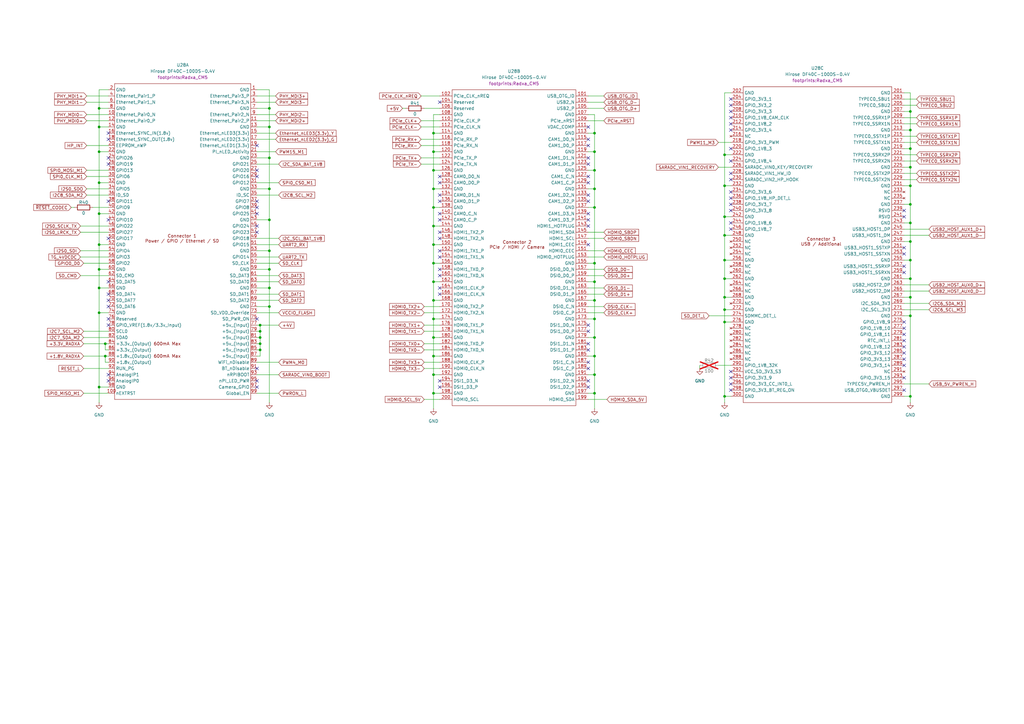
<source format=kicad_sch>
(kicad_sch (version 20231120) (generator "eeschema") (generator_version "8.0")
  (paper "A3")
  (junction (at 110.49 118.11))
  (junction (at 373.38 129.54))
  (junction (at 43.18 146.05))
  (junction (at 243.84 62.23))
  (junction (at 40.64 100.33))
  (junction (at 40.64 74.93))
  (junction (at 110.49 44.45))
  (junction (at 373.38 162.56))
  (junction (at 297.18 63.5))
  (junction (at 110.49 64.77))
  (junction (at 243.84 54.61))
  (junction (at 373.38 68.58))
  (junction (at 243.84 115.57))
  (junction (at 177.8 115.57))
  (junction (at 373.38 83.82))
  (junction (at 106.68 143.51))
  (junction (at 297.18 88.9))
  (junction (at 243.84 146.05))
  (junction (at 177.8 123.19))
  (junction (at 110.49 52.07))
  (junction (at 40.64 158.75))
  (junction (at 297.18 162.56))
  (junction (at 297.18 76.2))
  (junction (at 373.38 45.72))
  (junction (at 373.38 114.3))
  (junction (at 43.18 140.97))
  (junction (at 177.8 153.67))
  (junction (at 373.38 76.2))
  (junction (at 177.8 100.33))
  (junction (at 177.8 69.85))
  (junction (at 177.8 161.29))
  (junction (at 177.8 107.95))
  (junction (at 177.8 77.47))
  (junction (at 40.64 44.45))
  (junction (at 40.64 87.63))
  (junction (at 243.84 85.09))
  (junction (at 297.18 127))
  (junction (at 243.84 161.29))
  (junction (at 177.8 138.43))
  (junction (at 373.38 91.44))
  (junction (at 243.84 69.85))
  (junction (at 373.38 121.92))
  (junction (at 297.18 114.3))
  (junction (at 243.84 138.43))
  (junction (at 373.38 106.68))
  (junction (at 177.8 85.09))
  (junction (at 177.8 54.61))
  (junction (at 373.38 60.96))
  (junction (at 106.68 138.43))
  (junction (at 243.84 77.47))
  (junction (at 40.64 62.23))
  (junction (at 40.64 110.49))
  (junction (at 177.8 62.23))
  (junction (at 243.84 107.95))
  (junction (at 110.49 125.73))
  (junction (at 110.49 90.17))
  (junction (at 110.49 102.87))
  (junction (at 177.8 146.05))
  (junction (at 40.64 118.11))
  (junction (at 40.64 52.07))
  (junction (at 177.8 130.81))
  (junction (at 106.68 135.89))
  (junction (at 40.64 128.27))
  (junction (at 110.49 110.49))
  (junction (at 177.8 92.71))
  (junction (at 297.18 96.52))
  (junction (at 297.18 121.92))
  (junction (at 106.68 140.97))
  (junction (at 297.18 132.08))
  (junction (at 297.18 106.68))
  (junction (at 243.84 130.81))
  (junction (at 243.84 123.19))
  (junction (at 106.68 133.35))
  (junction (at 243.84 153.67))
  (junction (at 110.49 77.47))
  (junction (at 373.38 53.34))
  (junction (at 373.38 99.06))
  (no_connect (at 44.45 130.81))
  (no_connect (at 44.45 67.31))
  (no_connect (at 241.3 148.59))
  (no_connect (at 370.84 111.76))
  (no_connect (at 241.3 74.93))
  (no_connect (at 44.45 153.67))
  (no_connect (at 44.45 97.79))
  (no_connect (at 241.3 92.71))
  (no_connect (at 299.72 86.36))
  (no_connect (at 241.3 133.35))
  (no_connect (at 370.84 137.16))
  (no_connect (at 44.45 82.55))
  (no_connect (at 44.45 115.57))
  (no_connect (at 299.72 73.66))
  (no_connect (at 180.34 113.03))
  (no_connect (at 44.45 123.19))
  (no_connect (at 105.41 158.75))
  (no_connect (at 370.84 139.7))
  (no_connect (at 299.72 152.4))
  (no_connect (at 180.34 158.75))
  (no_connect (at 105.41 156.21))
  (no_connect (at 299.72 45.72))
  (no_connect (at 105.41 59.69))
  (no_connect (at 180.34 87.63))
  (no_connect (at 180.34 102.87))
  (no_connect (at 180.34 156.21))
  (no_connect (at 299.72 53.34))
  (no_connect (at 180.34 41.91))
  (no_connect (at 299.72 50.8))
  (no_connect (at 180.34 105.41))
  (no_connect (at 105.41 95.25))
  (no_connect (at 299.72 40.64))
  (no_connect (at 370.84 144.78))
  (no_connect (at 180.34 72.39))
  (no_connect (at 105.41 87.63))
  (no_connect (at 299.72 157.48))
  (no_connect (at 105.41 82.55))
  (no_connect (at 241.3 100.33))
  (no_connect (at 299.72 66.04))
  (no_connect (at 241.3 67.31))
  (no_connect (at 180.34 90.17))
  (no_connect (at 44.45 57.15))
  (no_connect (at 241.3 72.39))
  (no_connect (at 180.34 118.11))
  (no_connect (at 241.3 158.75))
  (no_connect (at 370.84 160.02))
  (no_connect (at 299.72 48.26))
  (no_connect (at 299.72 43.18))
  (no_connect (at 180.34 97.79))
  (no_connect (at 370.84 149.86))
  (no_connect (at 370.84 109.22))
  (no_connect (at 370.84 104.14))
  (no_connect (at 44.45 133.35))
  (no_connect (at 370.84 147.32))
  (no_connect (at 299.72 78.74))
  (no_connect (at 299.72 91.44))
  (no_connect (at 299.72 81.28))
  (no_connect (at 370.84 86.36))
  (no_connect (at 241.3 80.01))
  (no_connect (at 370.84 88.9))
  (no_connect (at 180.34 120.65))
  (no_connect (at 105.41 69.85))
  (no_connect (at 105.41 130.81))
  (no_connect (at 180.34 95.25))
  (no_connect (at 44.45 156.21))
  (no_connect (at 241.3 57.15))
  (no_connect (at 180.34 80.01))
  (no_connect (at 241.3 135.89))
  (no_connect (at 44.45 64.77))
  (no_connect (at 299.72 60.96))
  (no_connect (at 241.3 140.97))
  (no_connect (at 44.45 90.17))
  (no_connect (at 299.72 160.02))
  (no_connect (at 105.41 85.09))
  (no_connect (at 299.72 71.12))
  (no_connect (at 44.45 54.61))
  (no_connect (at 299.72 93.98))
  (no_connect (at 299.72 83.82))
  (no_connect (at 44.45 120.65))
  (no_connect (at 241.3 82.55))
  (no_connect (at 180.34 110.49))
  (no_connect (at 370.84 101.6))
  (no_connect (at 370.84 134.62))
  (no_connect (at 241.3 64.77))
  (no_connect (at 241.3 59.69))
  (no_connect (at 370.84 132.08))
  (no_connect (at 241.3 143.51))
  (no_connect (at 241.3 151.13))
  (no_connect (at 44.45 125.73))
  (no_connect (at 370.84 154.94))
  (no_connect (at 241.3 52.07))
  (no_connect (at 105.41 72.39))
  (no_connect (at 105.41 92.71))
  (no_connect (at 180.34 82.55))
  (no_connect (at 299.72 154.94))
  (no_connect (at 105.41 151.13))
  (no_connect (at 241.3 87.63))
  (no_connect (at 241.3 156.21))
  (no_connect (at 180.34 74.93))
  (no_connect (at 370.84 142.24))
  (no_connect (at 241.3 90.17))
  (wire (pts (xy 173.99 44.45) (xy 180.34 44.45)))
  (wire (pts (xy 43.18 146.05) (xy 44.45 146.05)))
  (wire (pts (xy 105.41 44.45) (xy 110.49 44.45)))
  (wire (pts (xy 43.18 140.97) (xy 44.45 140.97)))
  (wire (pts (xy 35.56 72.39) (xy 44.45 72.39)))
  (wire (pts (xy 40.64 44.45) (xy 44.45 44.45)))
  (wire (pts (xy 241.3 39.37) (xy 247.65 39.37)))
  (wire (pts (xy 173.99 151.13) (xy 180.34 151.13)))
  (wire (pts (xy 105.41 54.61) (xy 113.03 54.61)))
  (wire (pts (xy 247.65 49.53) (xy 241.3 49.53)))
  (wire (pts (xy 177.8 62.23) (xy 180.34 62.23)))
  (wire (pts (xy 105.41 140.97) (xy 106.68 140.97)))
  (wire (pts (xy 173.99 163.83) (xy 180.34 163.83)))
  (wire (pts (xy 40.64 110.49) (xy 40.64 118.11)))
  (wire (pts (xy 29.21 85.09) (xy 30.48 85.09)))
  (wire (pts (xy 40.64 36.83) (xy 40.64 44.45)))
  (wire (pts (xy 177.8 123.19) (xy 180.34 123.19)))
  (wire (pts (xy 370.84 71.12) (xy 375.92 71.12)))
  (wire (pts (xy 241.3 54.61) (xy 243.84 54.61)))
  (wire (pts (xy 35.56 69.85) (xy 44.45 69.85)))
  (wire (pts (xy 44.45 143.51) (xy 43.18 143.51)))
  (wire (pts (xy 40.64 74.93) (xy 44.45 74.93)))
  (wire (pts (xy 110.49 52.07) (xy 110.49 64.77)))
  (wire (pts (xy 370.84 58.42) (xy 375.92 58.42)))
  (wire (pts (xy 241.3 163.83) (xy 248.92 163.83)))
  (wire (pts (xy 243.84 85.09) (xy 243.84 107.95)))
  (wire (pts (xy 114.3 67.31) (xy 105.41 67.31)))
  (wire (pts (xy 105.41 138.43) (xy 106.68 138.43)))
  (wire (pts (xy 114.3 153.67) (xy 105.41 153.67)))
  (wire (pts (xy 177.8 54.61) (xy 177.8 62.23)))
  (wire (pts (xy 173.99 135.89) (xy 180.34 135.89)))
  (wire (pts (xy 177.8 146.05) (xy 180.34 146.05)))
  (wire (pts (xy 177.8 85.09) (xy 180.34 85.09)))
  (wire (pts (xy 241.3 118.11) (xy 247.65 118.11)))
  (wire (pts (xy 370.84 76.2) (xy 373.38 76.2)))
  (wire (pts (xy 370.84 60.96) (xy 373.38 60.96)))
  (wire (pts (xy 375.92 43.18) (xy 370.84 43.18)))
  (wire (pts (xy 297.18 127) (xy 297.18 132.08)))
  (wire (pts (xy 373.38 91.44) (xy 373.38 99.06)))
  (wire (pts (xy 297.18 162.56) (xy 297.18 165.1)))
  (wire (pts (xy 172.72 64.77) (xy 180.34 64.77)))
  (wire (pts (xy 114.3 148.59) (xy 105.41 148.59)))
  (wire (pts (xy 113.03 41.91) (xy 105.41 41.91)))
  (wire (pts (xy 241.3 146.05) (xy 243.84 146.05)))
  (wire (pts (xy 35.56 39.37) (xy 44.45 39.37)))
  (wire (pts (xy 114.3 105.41) (xy 105.41 105.41)))
  (wire (pts (xy 105.41 115.57) (xy 114.3 115.57)))
  (wire (pts (xy 35.56 77.47) (xy 44.45 77.47)))
  (wire (pts (xy 40.64 128.27) (xy 44.45 128.27)))
  (wire (pts (xy 177.8 92.71) (xy 180.34 92.71)))
  (wire (pts (xy 241.3 44.45) (xy 247.65 44.45)))
  (wire (pts (xy 177.8 138.43) (xy 180.34 138.43)))
  (wire (pts (xy 110.49 36.83) (xy 110.49 44.45)))
  (wire (pts (xy 370.84 68.58) (xy 373.38 68.58)))
  (wire (pts (xy 34.29 140.97) (xy 43.18 140.97)))
  (wire (pts (xy 241.3 161.29) (xy 243.84 161.29)))
  (wire (pts (xy 105.41 120.65) (xy 114.3 120.65)))
  (wire (pts (xy 241.3 41.91) (xy 247.65 41.91)))
  (wire (pts (xy 106.68 133.35) (xy 106.68 135.89)))
  (wire (pts (xy 177.8 46.99) (xy 177.8 54.61)))
  (wire (pts (xy 172.72 57.15) (xy 180.34 57.15)))
  (wire (pts (xy 105.41 133.35) (xy 106.68 133.35)))
  (wire (pts (xy 370.84 121.92) (xy 373.38 121.92)))
  (wire (pts (xy 370.84 48.26) (xy 375.92 48.26)))
  (wire (pts (xy 297.18 121.92) (xy 299.72 121.92)))
  (wire (pts (xy 173.99 125.73) (xy 180.34 125.73)))
  (wire (pts (xy 106.68 143.51) (xy 106.68 146.05)))
  (wire (pts (xy 106.68 138.43) (xy 106.68 140.97)))
  (wire (pts (xy 177.8 123.19) (xy 177.8 130.81)))
  (wire (pts (xy 297.18 106.68) (xy 299.72 106.68)))
  (wire (pts (xy 44.45 148.59) (xy 43.18 148.59)))
  (wire (pts (xy 290.83 129.54) (xy 299.72 129.54)))
  (wire (pts (xy 33.02 102.87) (xy 44.45 102.87)))
  (wire (pts (xy 241.3 107.95) (xy 243.84 107.95)))
  (wire (pts (xy 297.18 106.68) (xy 297.18 114.3)))
  (wire (pts (xy 177.8 69.85) (xy 177.8 77.47)))
  (wire (pts (xy 241.3 130.81) (xy 243.84 130.81)))
  (wire (pts (xy 243.84 77.47) (xy 243.84 85.09)))
  (wire (pts (xy 38.1 85.09) (xy 44.45 85.09)))
  (wire (pts (xy 106.68 133.35) (xy 114.3 133.35)))
  (wire (pts (xy 370.84 73.66) (xy 375.92 73.66)))
  (wire (pts (xy 247.65 97.79) (xy 241.3 97.79)))
  (wire (pts (xy 114.3 74.93) (xy 105.41 74.93)))
  (wire (pts (xy 40.64 118.11) (xy 40.64 128.27)))
  (wire (pts (xy 241.3 120.65) (xy 247.65 120.65)))
  (wire (pts (xy 299.72 38.1) (xy 297.18 38.1)))
  (wire (pts (xy 40.64 87.63) (xy 40.64 100.33)))
  (wire (pts (xy 373.38 76.2) (xy 373.38 83.82)))
  (wire (pts (xy 370.84 119.38) (xy 381 119.38)))
  (wire (pts (xy 287.02 151.13) (xy 287.02 149.86)))
  (wire (pts (xy 34.29 146.05) (xy 43.18 146.05)))
  (wire (pts (xy 243.84 54.61) (xy 243.84 62.23)))
  (wire (pts (xy 34.29 135.89) (xy 44.45 135.89)))
  (wire (pts (xy 105.41 143.51) (xy 106.68 143.51)))
  (wire (pts (xy 110.49 77.47) (xy 110.49 90.17)))
  (wire (pts (xy 44.45 36.83) (xy 40.64 36.83)))
  (wire (pts (xy 241.3 77.47) (xy 243.84 77.47)))
  (wire (pts (xy 177.8 115.57) (xy 177.8 123.19)))
  (wire (pts (xy 177.8 85.09) (xy 177.8 92.71)))
  (wire (pts (xy 294.64 58.42) (xy 299.72 58.42)))
  (wire (pts (xy 243.84 69.85) (xy 243.84 77.47)))
  (wire (pts (xy 381 127) (xy 370.84 127)))
  (wire (pts (xy 381 124.46) (xy 370.84 124.46)))
  (wire (pts (xy 40.64 74.93) (xy 40.64 87.63)))
  (wire (pts (xy 370.84 53.34) (xy 373.38 53.34)))
  (wire (pts (xy 373.38 99.06) (xy 373.38 106.68)))
  (wire (pts (xy 373.38 38.1) (xy 373.38 45.72)))
  (wire (pts (xy 105.41 97.79) (xy 114.3 97.79)))
  (wire (pts (xy 40.64 100.33) (xy 44.45 100.33)))
  (wire (pts (xy 35.56 49.53) (xy 44.45 49.53)))
  (wire (pts (xy 241.3 110.49) (xy 247.65 110.49)))
  (wire (pts (xy 40.64 62.23) (xy 40.64 74.93)))
  (wire (pts (xy 297.18 114.3) (xy 297.18 121.92)))
  (wire (pts (xy 172.72 67.31) (xy 180.34 67.31)))
  (wire (pts (xy 297.18 63.5) (xy 297.18 76.2)))
  (wire (pts (xy 105.41 110.49) (xy 110.49 110.49)))
  (wire (pts (xy 110.49 110.49) (xy 110.49 118.11)))
  (wire (pts (xy 34.29 161.29) (xy 44.45 161.29)))
  (wire (pts (xy 241.3 128.27) (xy 247.65 128.27)))
  (wire (pts (xy 373.38 83.82) (xy 373.38 91.44)))
  (wire (pts (xy 177.8 77.47) (xy 180.34 77.47)))
  (wire (pts (xy 243.84 115.57) (xy 243.84 123.19)))
  (wire (pts (xy 105.41 57.15) (xy 113.03 57.15)))
  (wire (pts (xy 113.03 39.37) (xy 105.41 39.37)))
  (wire (pts (xy 105.41 77.47) (xy 110.49 77.47)))
  (wire (pts (xy 297.18 121.92) (xy 297.18 127)))
  (wire (pts (xy 106.68 135.89) (xy 106.68 138.43)))
  (wire (pts (xy 243.84 62.23) (xy 243.84 69.85)))
  (wire (pts (xy 241.3 105.41) (xy 247.65 105.41)))
  (wire (pts (xy 177.8 54.61) (xy 180.34 54.61)))
  (wire (pts (xy 370.84 116.84) (xy 381 116.84)))
  (wire (pts (xy 373.38 68.58) (xy 373.38 76.2)))
  (wire (pts (xy 243.84 130.81) (xy 243.84 138.43)))
  (wire (pts (xy 297.18 162.56) (xy 299.72 162.56)))
  (wire (pts (xy 40.64 62.23) (xy 44.45 62.23)))
  (wire (pts (xy 110.49 118.11) (xy 110.49 125.73)))
  (wire (pts (xy 370.84 129.54) (xy 373.38 129.54)))
  (wire (pts (xy 247.65 95.25) (xy 241.3 95.25)))
  (wire (pts (xy 40.64 44.45) (xy 40.64 52.07)))
  (wire (pts (xy 35.56 80.01) (xy 44.45 80.01)))
  (wire (pts (xy 297.18 132.08) (xy 299.72 132.08)))
  (wire (pts (xy 381 157.48) (xy 370.84 157.48)))
  (wire (pts (xy 243.84 138.43) (xy 243.84 146.05)))
  (wire (pts (xy 177.8 107.95) (xy 177.8 115.57)))
  (wire (pts (xy 177.8 161.29) (xy 180.34 161.29)))
  (wire (pts (xy 241.3 123.19) (xy 243.84 123.19)))
  (wire (pts (xy 105.41 118.11) (xy 110.49 118.11)))
  (wire (pts (xy 105.41 123.19) (xy 114.3 123.19)))
  (wire (pts (xy 40.64 110.49) (xy 44.45 110.49)))
  (wire (pts (xy 241.3 153.67) (xy 243.84 153.67)))
  (wire (pts (xy 241.3 113.03) (xy 247.65 113.03)))
  (wire (pts (xy 35.56 59.69) (xy 44.45 59.69)))
  (wire (pts (xy 110.49 64.77) (xy 110.49 77.47)))
  (wire (pts (xy 370.84 50.8) (xy 375.92 50.8)))
  (wire (pts (xy 105.41 102.87) (xy 110.49 102.87)))
  (wire (pts (xy 106.68 140.97) (xy 106.68 143.51)))
  (wire (pts (xy 105.41 90.17) (xy 110.49 90.17)))
  (wire (pts (xy 241.3 85.09) (xy 243.84 85.09)))
  (wire (pts (xy 105.41 64.77) (xy 110.49 64.77)))
  (wire (pts (xy 172.72 52.07) (xy 180.34 52.07)))
  (wire (pts (xy 370.84 83.82) (xy 373.38 83.82)))
  (wire (pts (xy 297.18 127) (xy 299.72 127)))
  (wire (pts (xy 105.41 52.07) (xy 110.49 52.07)))
  (wire (pts (xy 172.72 49.53) (xy 180.34 49.53)))
  (wire (pts (xy 243.84 123.19) (xy 243.84 130.81)))
  (wire (pts (xy 241.3 69.85) (xy 243.84 69.85)))
  (wire (pts (xy 177.8 100.33) (xy 177.8 107.95)))
  (wire (pts (xy 370.84 66.04) (xy 375.92 66.04)))
  (wire (pts (xy 177.8 138.43) (xy 177.8 146.05)))
  (wire (pts (xy 40.64 118.11) (xy 44.45 118.11)))
  (wire (pts (xy 33.02 105.41) (xy 44.45 105.41)))
  (wire (pts (xy 373.38 45.72) (xy 373.38 53.34)))
  (wire (pts (xy 370.84 96.52) (xy 381 96.52)))
  (wire (pts (xy 180.34 46.99) (xy 177.8 46.99)))
  (wire (pts (xy 177.8 130.81) (xy 180.34 130.81)))
  (wire (pts (xy 370.84 114.3) (xy 373.38 114.3)))
  (wire (pts (xy 173.99 133.35) (xy 180.34 133.35)))
  (wire (pts (xy 113.03 49.53) (xy 105.41 49.53)))
  (wire (pts (xy 241.3 62.23) (xy 243.84 62.23)))
  (wire (pts (xy 243.84 161.29) (xy 243.84 167.64)))
  (wire (pts (xy 43.18 143.51) (xy 43.18 140.97)))
  (wire (pts (xy 177.8 107.95) (xy 180.34 107.95)))
  (wire (pts (xy 370.84 55.88) (xy 375.92 55.88)))
  (wire (pts (xy 373.38 121.92) (xy 373.38 129.54)))
  (wire (pts (xy 33.02 95.25) (xy 44.45 95.25)))
  (wire (pts (xy 297.18 63.5) (xy 299.72 63.5)))
  (wire (pts (xy 297.18 76.2) (xy 297.18 88.9)))
  (wire (pts (xy 370.84 93.98) (xy 381 93.98)))
  (wire (pts (xy 177.8 146.05) (xy 177.8 153.67)))
  (wire (pts (xy 241.3 115.57) (xy 243.84 115.57)))
  (wire (pts (xy 297.18 88.9) (xy 299.72 88.9)))
  (wire (pts (xy 35.56 41.91) (xy 44.45 41.91)))
  (wire (pts (xy 243.84 153.67) (xy 243.84 161.29)))
  (wire (pts (xy 177.8 77.47) (xy 177.8 85.09)))
  (wire (pts (xy 177.8 153.67) (xy 177.8 161.29)))
  (wire (pts (xy 297.18 96.52) (xy 297.18 106.68)))
  (wire (pts (xy 373.38 129.54) (xy 373.38 162.56)))
  (wire (pts (xy 40.64 52.07) (xy 40.64 62.23)))
  (wire (pts (xy 173.99 140.97) (xy 180.34 140.97)))
  (wire (pts (xy 105.41 135.89) (xy 106.68 135.89)))
  (wire (pts (xy 297.18 38.1) (xy 297.18 63.5)))
  (wire (pts (xy 172.72 59.69) (xy 180.34 59.69)))
  (wire (pts (xy 110.49 90.17) (xy 110.49 102.87)))
  (wire (pts (xy 105.41 36.83) (xy 110.49 36.83)))
  (wire (pts (xy 165.1 44.45) (xy 166.37 44.45)))
  (wire (pts (xy 241.3 102.87) (xy 247.65 102.87)))
  (wire (pts (xy 110.49 125.73) (xy 110.49 165.1)))
  (wire (pts (xy 114.3 161.29) (xy 105.41 161.29)))
  (wire (pts (xy 177.8 62.23) (xy 177.8 69.85)))
  (wire (pts (xy 373.38 106.68) (xy 373.38 114.3)))
  (wire (pts (xy 177.8 115.57) (xy 180.34 115.57)))
  (wire (pts (xy 113.03 62.23) (xy 105.41 62.23)))
  (wire (pts (xy 177.8 161.29) (xy 177.8 167.64)))
  (wire (pts (xy 297.18 114.3) (xy 299.72 114.3)))
  (wire (pts (xy 243.84 46.99) (xy 243.84 54.61)))
  (wire (pts (xy 297.18 96.52) (xy 299.72 96.52)))
  (wire (pts (xy 40.64 52.07) (xy 44.45 52.07)))
  (wire (pts (xy 43.18 148.59) (xy 43.18 146.05)))
  (wire (pts (xy 297.18 132.08) (xy 297.18 162.56)))
  (wire (pts (xy 294.64 68.58) (xy 299.72 68.58)))
  (wire (pts (xy 370.84 63.5) (xy 375.92 63.5)))
  (wire (pts (xy 106.68 146.05) (xy 105.41 146.05)))
  (wire (pts (xy 110.49 102.87) (xy 110.49 110.49)))
  (wire (pts (xy 33.02 92.71) (xy 44.45 92.71)))
  (wire (pts (xy 373.38 60.96) (xy 373.38 68.58)))
  (wire (pts (xy 34.29 107.95) (xy 44.45 107.95)))
  (wire (pts (xy 105.41 113.03) (xy 114.3 113.03)))
  (wire (pts (xy 370.84 106.68) (xy 373.38 106.68)))
  (wire (pts (xy 370.84 45.72) (xy 373.38 45.72)))
  (wire (pts (xy 173.99 143.51) (xy 180.34 143.51)))
  (wire (pts (xy 110.49 44.45) (xy 110.49 52.07)))
  (wire (pts (xy 297.18 76.2) (xy 299.72 76.2)))
  (wire (pts (xy 177.8 69.85) (xy 180.34 69.85)))
  (wire (pts (xy 40.64 100.33) (xy 40.64 110.49)))
  (wire (pts (xy 105.41 128.27) (xy 114.3 128.27)))
  (wire (pts (xy 243.84 107.95) (xy 243.84 115.57)))
  (wire (pts (xy 114.3 100.33) (xy 105.41 100.33)))
  (wire (pts (xy 173.99 148.59) (xy 180.34 148.59)))
  (wire (pts (xy 241.3 125.73) (xy 247.65 125.73)))
  (wire (pts (xy 40.64 87.63) (xy 44.45 87.63)))
  (wire (pts (xy 172.72 39.37) (xy 180.34 39.37)))
  (wire (pts (xy 373.38 53.34) (xy 373.38 60.96)))
  (wire (pts (xy 105.41 107.95) (xy 114.3 107.95)))
  (wire (pts (xy 370.84 99.06) (xy 373.38 99.06)))
  (wire (pts (xy 373.38 162.56) (xy 373.38 165.1)))
  (wire (pts (xy 35.56 46.99) (xy 44.45 46.99)))
  (wire (pts (xy 34.29 151.13) (xy 44.45 151.13)))
  (wire (pts (xy 370.84 38.1) (xy 373.38 38.1)))
  (wire (pts (xy 40.64 128.27) (xy 40.64 158.75)))
  (wire (pts (xy 177.8 130.81) (xy 177.8 138.43)))
  (wire (pts (xy 375.92 40.64) (xy 370.84 40.64)))
  (wire (pts (xy 370.84 162.56) (xy 373.38 162.56)))
  (wire (pts (xy 370.84 91.44) (xy 373.38 91.44)))
  (wire (pts (xy 33.02 113.03) (xy 44.45 113.03)))
  (wire (pts (xy 241.3 46.99) (xy 243.84 46.99)))
  (wire (pts (xy 40.64 158.75) (xy 40.64 165.1)))
  (wire (pts (xy 113.03 46.99) (xy 105.41 46.99)))
  (wire (pts (xy 105.41 125.73) (xy 110.49 125.73)))
  (wire (pts (xy 241.3 138.43) (xy 243.84 138.43)))
  (wire (pts (xy 173.99 128.27) (xy 180.34 128.27)))
  (wire (pts (xy 294.64 149.86) (xy 299.72 149.86)))
  (wire (pts (xy 177.8 92.71) (xy 177.8 100.33)))
  (wire (pts (xy 373.38 114.3) (xy 373.38 121.92)))
  (wire (pts (xy 40.64 158.75) (xy 44.45 158.75)))
  (wire (pts (xy 105.41 80.01) (xy 114.3 80.01)))
  (wire (pts (xy 34.29 138.43) (xy 44.45 138.43)))
  (wire (pts (xy 297.18 88.9) (xy 297.18 96.52)))
  (wire (pts (xy 243.84 146.05) (xy 243.84 153.67)))
  (wire (pts (xy 177.8 100.33) (xy 180.34 100.33)))
  (wire (pts (xy 177.8 153.67) (xy 180.34 153.67)))
  (text "Thermal relief - 8 mil traces with 10 mil clearance will be fine for the majority of components." (at 59.69 314.706 0) (effects (font (size 1.27 1.27))))
  (global_label "+4V" (shape input) (at 114.3 133.35 0) (property "Intersheetrefs" "${INTERSHEET_REFS}" (effects (hide yes))))
  (global_label "PCIe_TX+" (shape input) (at 172.72 64.77 180) (property "Intersheetrefs" "${INTERSHEET_REFS}" (effects (hide yes))))
  (global_label "PHY_MDI3+" (shape input) (at 113.03 39.37 0) (property "Intersheetrefs" "${INTERSHEET_REFS}" (effects (hide yes))))
  (global_label "HDMI0_TX1-" (shape input) (at 173.99 135.89 180) (property "Intersheetrefs" "${INTERSHEET_REFS}" (effects (hide yes))))
  (global_label "USB2_HOST_AUX0_D-" (shape input) (at 381 119.38 0) (property "Intersheetrefs" "${INTERSHEET_REFS}" (effects (hide yes))))
  (global_label "TYPEC0_SSRX1P" (shape input) (at 375.92 48.26 0) (property "Intersheetrefs" "${INTERSHEET_REFS}" (effects (hide yes))))
  (global_label "HDMI0_SCL_5V" (shape input) (at 173.99 163.83 180) (property "Intersheetrefs" "${INTERSHEET_REFS}" (effects (hide yes))))
  (global_label "PWM11_M3" (shape input) (at 294.64 58.42 180) (property "Intersheetrefs" "${INTERSHEET_REFS}" (effects (hide yes))))
  (global_label "PWRON_L" (shape input) (at 114.3 161.29 0) (property "Intersheetrefs" "${INTERSHEET_REFS}" (effects (hide yes))))
  (global_label "PCIe_RX-" (shape input) (at 172.72 59.69 180) (property "Intersheetrefs" "${INTERSHEET_REFS}" (effects (hide yes))))
  (global_label "HDMI0_SBDP" (shape input) (at 247.65 95.25 0) (property "Intersheetrefs" "${INTERSHEET_REFS}" (effects (hide yes))))
  (global_label "PCIe_TX-" (shape input) (at 172.72 67.31 180) (property "Intersheetrefs" "${INTERSHEET_REFS}" (effects (hide yes))))
  (global_label "USB2_HOST_AUX1_D-" (shape input) (at 381 96.52 0) (property "Intersheetrefs" "${INTERSHEET_REFS}" (effects (hide yes))))
  (global_label "SPI0_MISO_M1" (shape input) (at 34.29 161.29 180) (property "Intersheetrefs" "${INTERSHEET_REFS}" (effects (hide yes))))
  (global_label "SPI0_CS0_M1" (shape input) (at 114.3 74.93 0) (property "Intersheetrefs" "${INTERSHEET_REFS}" (effects (hide yes))))
  (global_label "I2C8_SCL_M2" (shape input) (at 114.3 80.01 0) (property "Intersheetrefs" "${INTERSHEET_REFS}" (effects (hide yes))))
  (global_label "PCIe_CLK-" (shape input) (at 172.72 52.07 180) (property "Intersheetrefs" "${INTERSHEET_REFS}" (effects (hide yes))))
  (global_label "I2S0_LRCK_TX" (shape input) (at 33.02 95.25 180) (property "Intersheetrefs" "${INTERSHEET_REFS}" (effects (hide yes))))
  (global_label "HDMI0_TX2-" (shape input) (at 173.99 128.27 180) (property "Intersheetrefs" "${INTERSHEET_REFS}" (effects (hide yes))))
  (global_label "DSI0_D0+" (shape input) (at 247.65 113.03 0) (property "Intersheetrefs" "${INTERSHEET_REFS}" (effects (hide yes))))
  (global_label "DSI0_D1+" (shape input) (at 247.65 120.65 0) (property "Intersheetrefs" "${INTERSHEET_REFS}" (effects (hide yes))))
  (global_label "HP_INT" (shape input) (at 35.56 59.69 180) (property "Intersheetrefs" "${INTERSHEET_REFS}" (effects (hide yes))))
  (global_label "Ethernet_nLED2(3.3v)_G" (shape input) (at 113.03 57.15 0) (property "Intersheetrefs" "${INTERSHEET_REFS}" (effects (hide yes))))
  (global_label "PHY_MDI2-" (shape input) (at 113.03 46.99 0) (property "Intersheetrefs" "${INTERSHEET_REFS}" (effects (hide yes))))
  (global_label "SARADC_VIN1_RECOVERY" (shape input) (at 294.64 68.58 180) (property "Intersheetrefs" "${INTERSHEET_REFS}" (effects (hide yes))))
  (global_label "SD_DAT3" (shape input) (at 114.3 113.03 0) (property "Intersheetrefs" "${INTERSHEET_REFS}" (effects (hide yes))))
  (global_label "TYPEC0_SSTX1N" (shape input) (at 375.92 58.42 0) (property "Intersheetrefs" "${INTERSHEET_REFS}" (effects (hide yes))))
  (global_label "PHY_MDI3-" (shape input) (at 113.03 41.91 0) (property "Intersheetrefs" "${INTERSHEET_REFS}" (effects (hide yes))))
  (global_label "VCCIO_FLASH" (shape input) (at 114.3 128.27 0) (property "Intersheetrefs" "${INTERSHEET_REFS}" (effects (hide yes))))
  (global_label "PHY_MDI1-" (shape input) (at 35.56 41.91 180) (property "Intersheetrefs" "${INTERSHEET_REFS}" (effects (hide yes))))
  (global_label "PHY_MDI0+" (shape input) (at 35.56 49.53 180) (property "Intersheetrefs" "${INTERSHEET_REFS}" (effects (hide yes))))
  (global_label "TYPEC0_SSTX1P" (shape input) (at 375.92 55.88 0) (property "Intersheetrefs" "${INTERSHEET_REFS}" (effects (hide yes))))
  (global_label "SPI0_CLK_M1" (shape input) (at 35.56 72.39 180) (property "Intersheetrefs" "${INTERSHEET_REFS}" (effects (hide yes))))
  (global_label "HDMI0_CEC" (shape input) (at 247.65 102.87 0) (property "Intersheetrefs" "${INTERSHEET_REFS}" (effects (hide yes))))
  (global_label "UART2_TX" (shape input) (at 114.3 105.41 0) (property "Intersheetrefs" "${INTERSHEET_REFS}" (effects (hide yes))))
  (global_label "TYPEC0_SSTX2P" (shape input) (at 375.92 71.12 0) (property "Intersheetrefs" "${INTERSHEET_REFS}" (effects (hide yes))))
  (global_label "TYPEC0_SSRX2N" (shape input) (at 375.92 66.04 0) (property "Intersheetrefs" "${INTERSHEET_REFS}" (effects (hide yes))))
  (global_label "I2C6_SDA_M3" (shape input) (at 381 124.46 0) (property "Intersheetrefs" "${INTERSHEET_REFS}" (effects (hide yes))))
  (global_label "SD_CMD" (shape input) (at 33.02 113.03 180) (property "Intersheetrefs" "${INTERSHEET_REFS}" (effects (hide yes))))
  (global_label "RESET_L" (shape input) (at 34.29 151.13 180) (property "Intersheetrefs" "${INTERSHEET_REFS}" (effects (hide yes))))
  (global_label "USB_OTG_ID" (shape input) (at 247.65 39.37 0) (property "Intersheetrefs" "${INTERSHEET_REFS}" (effects (hide yes))))
  (global_label "HDMI0_TX3-" (shape input) (at 173.99 151.13 180) (property "Intersheetrefs" "${INTERSHEET_REFS}" (effects (hide yes))))
  (global_label "HDMI0_SDA_5V" (shape input) (at 248.92 163.83 0) (property "Intersheetrefs" "${INTERSHEET_REFS}" (effects (hide yes))))
  (global_label "TYPEC0_SSTX2N" (shape input) (at 375.92 73.66 0) (property "Intersheetrefs" "${INTERSHEET_REFS}" (effects (hide yes))))
  (global_label "SD_DAT1" (shape input) (at 114.3 120.65 0) (property "Intersheetrefs" "${INTERSHEET_REFS}" (effects (hide yes))))
  (global_label "USB_OTG_D+" (shape input) (at 247.65 44.45 0) (property "Intersheetrefs" "${INTERSHEET_REFS}" (effects (hide yes))))
  (global_label "PWM15_M1" (shape input) (at 113.03 62.23 0) (property "Intersheetrefs" "${INTERSHEET_REFS}" (effects (hide yes))))
  (global_label "PHY_MDI0-" (shape input) (at 35.56 46.99 180) (property "Intersheetrefs" "${INTERSHEET_REFS}" (effects (hide yes))))
  (global_label "HDMI0_SBDN" (shape input) (at 247.65 97.79 0) (property "Intersheetrefs" "${INTERSHEET_REFS}" (effects (hide yes))))
  (global_label "Ethernet_nLED3(3.3v)_Y" (shape input) (at 113.03 54.61 0) (property "Intersheetrefs" "${INTERSHEET_REFS}" (effects (hide yes))))
  (global_label "I2C_SDA_BAT_1V8" (shape input) (at 114.3 67.31 0) (property "Intersheetrefs" "${INTERSHEET_REFS}" (effects (hide yes))))
  (global_label "HDMI0_TX1+" (shape input) (at 173.99 133.35 180) (property "Intersheetrefs" "${INTERSHEET_REFS}" (effects (hide yes))))
  (global_label "USB_5V_PWREN_H" (shape input) (at 381 157.48 0) (property "Intersheetrefs" "${INTERSHEET_REFS}" (effects (hide yes))))
  (global_label "TYPEC0_SSRX2P" (shape input) (at 375.92 63.5 0) (property "Intersheetrefs" "${INTERSHEET_REFS}" (effects (hide yes))))
  (global_label "PHY_MDI2+" (shape input) (at 113.03 49.53 0) (property "Intersheetrefs" "${INTERSHEET_REFS}" (effects (hide yes))))
  (global_label "PCIe_RX+" (shape input) (at 172.72 57.15 180) (property "Intersheetrefs" "${INTERSHEET_REFS}" (effects (hide yes))))
  (global_label "DSI0_D0-" (shape input) (at 247.65 110.49 0) (property "Intersheetrefs" "${INTERSHEET_REFS}" (effects (hide yes))))
  (global_label "USB_OTG_D-" (shape input) (at 247.65 41.91 0) (property "Intersheetrefs" "${INTERSHEET_REFS}" (effects (hide yes))))
  (global_label "TG_4VDCDC" (shape input) (at 33.02 105.41 180) (property "Intersheetrefs" "${INTERSHEET_REFS}" (effects (hide yes))))
  (global_label "+5V" (shape input) (at 165.1 44.45 180) (property "Intersheetrefs" "${INTERSHEET_REFS}" (effects (hide yes))))
  (global_label "TYPEC0_SBU2" (shape input) (at 375.92 43.18 0) (property "Intersheetrefs" "${INTERSHEET_REFS}" (effects (hide yes))))
  (global_label "PCIe_nRST" (shape input) (at 247.65 49.53 0) (property "Intersheetrefs" "${INTERSHEET_REFS}" (effects (hide yes))))
  (global_label "HDMI0_TX3+" (shape input) (at 173.99 148.59 180) (property "Intersheetrefs" "${INTERSHEET_REFS}" (effects (hide yes))))
  (global_label "SD_DAT2" (shape input) (at 114.3 123.19 0) (property "Intersheetrefs" "${INTERSHEET_REFS}" (effects (hide yes))))
  (global_label "I2C7_SCL_M2" (shape input) (at 34.29 135.89 180) (property "Intersheetrefs" "${INTERSHEET_REFS}" (effects (hide yes))))
  (global_label "I2S0_SDO" (shape input) (at 35.56 77.47 180) (property "Intersheetrefs" "${INTERSHEET_REFS}" (effects (hide yes))))
  (global_label "SD_DET_L" (shape input) (at 290.83 129.54 180) (property "Intersheetrefs" "${INTERSHEET_REFS}" (effects (hide yes))))
  (global_label "+1.8V_RADXA" (shape input) (at 34.29 146.05 180) (property "Intersheetrefs" "${INTERSHEET_REFS}" (effects (hide yes))))
  (global_label "HDMI0_TX2+" (shape input) (at 173.99 125.73 180) (property "Intersheetrefs" "${INTERSHEET_REFS}" (effects (hide yes))))
  (global_label "PWM4_M0" (shape input) (at 114.3 148.59 0) (property "Intersheetrefs" "${INTERSHEET_REFS}" (effects (hide yes))))
  (global_label "~{RESET}_CODEC" (shape input) (at 29.21 85.09 180) (property "Intersheetrefs" "${INTERSHEET_REFS}" (effects (hide yes))))
  (global_label "SD_DAT0" (shape input) (at 114.3 115.57 0) (property "Intersheetrefs" "${INTERSHEET_REFS}" (effects (hide yes))))
  (global_label "PCIe_CLK_nREQ" (shape input) (at 172.72 39.37 180) (property "Intersheetrefs" "${INTERSHEET_REFS}" (effects (hide yes))))
  (global_label "DSI0_CLK-" (shape input) (at 247.65 125.73 0) (property "Intersheetrefs" "${INTERSHEET_REFS}" (effects (hide yes))))
  (global_label "UART2_RX" (shape input) (at 114.3 100.33 0) (property "Intersheetrefs" "${INTERSHEET_REFS}" (effects (hide yes))))
  (global_label "HDMI0_TX0+" (shape input) (at 173.99 140.97 180) (property "Intersheetrefs" "${INTERSHEET_REFS}" (effects (hide yes))))
  (global_label "SARADC_VIN0_BOOT" (shape input) (at 114.3 153.67 0) (property "Intersheetrefs" "${INTERSHEET_REFS}" (effects (hide yes))))
  (global_label "I2C7_SDA_M2" (shape input) (at 34.29 138.43 180) (property "Intersheetrefs" "${INTERSHEET_REFS}" (effects (hide yes))))
  (global_label "PHY_MDI1+" (shape input) (at 35.56 39.37 180) (property "Intersheetrefs" "${INTERSHEET_REFS}" (effects (hide yes))))
  (global_label "HDMI0_HOTPLUG" (shape input) (at 247.65 105.41 0) (property "Intersheetrefs" "${INTERSHEET_REFS}" (effects (hide yes))))
  (global_label "USB2_HOST_AUX1_D+" (shape input) (at 381 93.98 0) (property "Intersheetrefs" "${INTERSHEET_REFS}" (effects (hide yes))))
  (global_label "I2C6_SCL_M3" (shape input) (at 381 127 0) (property "Intersheetrefs" "${INTERSHEET_REFS}" (effects (hide yes))))
  (global_label "I2S0_SDI" (shape input) (at 33.02 102.87 180) (property "Intersheetrefs" "${INTERSHEET_REFS}" (effects (hide yes))))
  (global_label "DSI0_D1-" (shape input) (at 247.65 118.11 0) (property "Intersheetrefs" "${INTERSHEET_REFS}" (effects (hide yes))))
  (global_label "DSI0_CLK+" (shape input) (at 247.65 128.27 0) (property "Intersheetrefs" "${INTERSHEET_REFS}" (effects (hide yes))))
  (global_label "USB2_HOST_AUX0_D+" (shape input) (at 381 116.84 0) (property "Intersheetrefs" "${INTERSHEET_REFS}" (effects (hide yes))))
  (global_label "TYPEC0_SBU1" (shape input) (at 375.92 40.64 0) (property "Intersheetrefs" "${INTERSHEET_REFS}" (effects (hide yes))))
  (global_label "I2C_SCL_BAT_1V8" (shape input) (at 114.3 97.79 0) (property "Intersheetrefs" "${INTERSHEET_REFS}" (effects (hide yes))))
  (global_label "TYPEC0_SSRX1N" (shape input) (at 375.92 50.8 0) (property "Intersheetrefs" "${INTERSHEET_REFS}" (effects (hide yes))))
  (global_label "PCIe_CLK+" (shape input) (at 172.72 49.53 180) (property "Intersheetrefs" "${INTERSHEET_REFS}" (effects (hide yes))))
  (global_label "+3.3V_RADXA" (shape input) (at 34.29 140.97 180) (property "Intersheetrefs" "${INTERSHEET_REFS}" (effects (hide yes))))
  (global_label "SD_CLK" (shape input) (at 114.3 107.95 0) (property "Intersheetrefs" "${INTERSHEET_REFS}" (effects (hide yes))))
  (global_label "HDMI0_TX0-" (shape input) (at 173.99 143.51 180) (property "Intersheetrefs" "${INTERSHEET_REFS}" (effects (hide yes))))
  (global_label "I2S0_SCLK_TX" (shape input) (at 33.02 92.71 180) (property "Intersheetrefs" "${INTERSHEET_REFS}" (effects (hide yes))))
  (global_label "I2C8_SDA_M2" (shape input) (at 35.56 80.01 180) (property "Intersheetrefs" "${INTERSHEET_REFS}" (effects (hide yes))))
  (global_label "GPIO0_D0" (shape input) (at 34.29 107.95 180) (property "Intersheetrefs" "${INTERSHEET_REFS}" (effects (hide yes))))
  (global_label "SPI0_MOSI_M1" (shape input) (at 35.56 69.85 180) (property "Intersheetrefs" "${INTERSHEET_REFS}" (effects (hide yes))))
  (symbol (lib_id "Radxa_CM5:Radxa_CM5") (at 210.82 100.33 0) (unit 2)
    (property "Reference" "U28" (at 210.82 29.21 0))
    (property "Value" "Hirose DF40C-100DS-0.4V" (at 210.82 31.75 0))
    (property "Footprint" "footprints:Radxa_CM5" (at 210.82 34.29 0))
    (property "Datasheet" "https://radxa.com/products/cm/cm5/#documentations" (effects (hide yes)))
    (property "Description" "Radxa CM5" (effects (hide yes)))
    (property "Version" "1.0" (effects (hide yes)))
  )
  (symbol (lib_id "power:GND") (at 177.8 167.64 0) (unit 1)
    (property "Reference" "#PWR83" (effects (hide yes)))
    (property "Value" "GND" (at 177.8 172.72 0))
    (property "Description" "Power symbol creates a global label with name \"GND\" , ground" (effects (hide yes)))
  )
  (symbol (lib_id "power:GND") (at 287.02 151.13 0) (unit 1)
    (property "Reference" "#PWR85" (effects (hide yes)))
    (property "Value" "GND" (at 287.02 156.21 0))
    (property "Description" "Power symbol creates a global label with name \"GND\" , ground" (effects (hide yes)))
  )
  (symbol (lib_id "power:GND") (at 243.84 167.64 0) (unit 1)
    (property "Reference" "#PWR84" (effects (hide yes)))
    (property "Value" "GND" (at 243.84 172.72 0))
    (property "Description" "Power symbol creates a global label with name \"GND\" , ground" (effects (hide yes)))
  )
  (symbol (lib_id "power:GND") (at 40.64 165.1 0) (unit 1)
    (property "Reference" "#PWR81" (effects (hide yes)))
    (property "Value" "GND" (at 40.64 170.18 0))
    (property "Description" "Power symbol creates a global label with name \"GND\" , ground" (effects (hide yes)))
  )
  (symbol (lib_id "Device:R") (at 34.29 85.09 90) (unit 1)
    (property "Reference" "R40" (at 34.29 83.058 90))
    (property "Value" "0" (at 34.29 87.376 90))
    (property "Footprint" "Resistor_SMD:R_0402_1005Metric_Pad0.72x0.64mm_HandSolder" (effects (hide yes)))
    (property "Description" "Resistor" (effects (hide yes)))
  )
  (symbol (lib_id "power:GND") (at 110.49 165.1 0) (unit 1)
    (property "Reference" "#PWR82" (effects (hide yes)))
    (property "Value" "GND" (at 110.49 170.18 0))
    (property "Description" "Power symbol creates a global label with name \"GND\" , ground" (effects (hide yes)))
  )
  (symbol (lib_id "Device:R") (at 290.83 149.86 90) (unit 1) (dnp yes)
    (property "Reference" "R42" (at 290.83 147.828 90))
    (property "Value" "100" (at 290.83 152.146 90))
    (property "Footprint" "Resistor_SMD:R_0402_1005Metric_Pad0.72x0.64mm_HandSolder" (effects (hide yes)))
    (property "Description" "Resistor" (effects (hide yes)))
  )
  (symbol (lib_id "Device:R") (at 170.18 44.45 90) (unit 1)
    (property "Reference" "R41" (at 170.18 42.418 90))
    (property "Value" "0" (at 170.18 46.736 90))
    (property "Footprint" "Resistor_SMD:R_0603_1608Metric_Pad0.98x0.95mm_HandSolder" (effects (hide yes)))
    (property "Description" "Resistor" (effects (hide yes)))
  )
  (symbol (lib_id "power:GND") (at 297.18 165.1 0) (unit 1)
    (property "Reference" "#PWR86" (effects (hide yes)))
    (property "Value" "GND" (at 297.18 170.18 0))
    (property "Description" "Power symbol creates a global label with name \"GND\" , ground" (effects (hide yes)))
  )
  (symbol (lib_id "Radxa_CM5:Radxa_CM5") (at 335.28 99.06 0) (unit 3)
    (property "Reference" "U28" (at 335.28 27.94 0))
    (property "Value" "Hirose DF40C-100DS-0.4V" (at 335.28 30.48 0))
    (property "Footprint" "footprints:Radxa_CM5" (at 335.28 33.02 0))
    (property "Datasheet" "https://radxa.com/products/cm/cm5/#documentations" (effects (hide yes)))
    (property "Description" "Radxa CM5" (effects (hide yes)))
    (property "Version" "1.0" (effects (hide yes)))
  )
  (symbol (lib_id "power:GND") (at 373.38 165.1 0) (unit 1)
    (property "Reference" "#PWR87" (effects (hide yes)))
    (property "Value" "GND" (at 373.38 170.18 0))
    (property "Description" "Power symbol creates a global label with name \"GND\" , ground" (effects (hide yes)))
  )
  (symbol (lib_id "Radxa_CM5:Radxa_CM5") (at 74.93 97.79 0) (unit 1)
    (property "Reference" "U28" (at 74.93 26.67 0))
    (property "Value" "Hirose DF40C-100DS-0.4V" (at 74.93 29.21 0))
    (property "Footprint" "footprints:Radxa_CM5" (at 74.93 31.75 0))
    (property "Datasheet" "https://radxa.com/products/cm/cm5/#documentations" (effects (hide yes)))
    (property "Description" "Radxa CM5" (effects (hide yes)))
    (property "Version" "1.0" (effects (hide yes)))
  )
)
</source>
